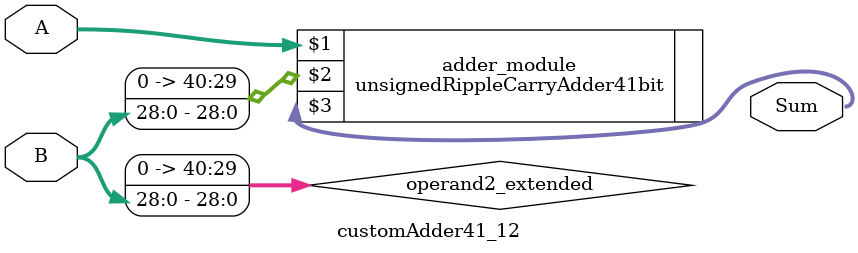
<source format=v>
module customAdder41_12(
                        input [40 : 0] A,
                        input [28 : 0] B,
                        
                        output [41 : 0] Sum
                );

        wire [40 : 0] operand2_extended;
        
        assign operand2_extended =  {12'b0, B};
        
        unsignedRippleCarryAdder41bit adder_module(
            A,
            operand2_extended,
            Sum
        );
        
        endmodule
        
</source>
